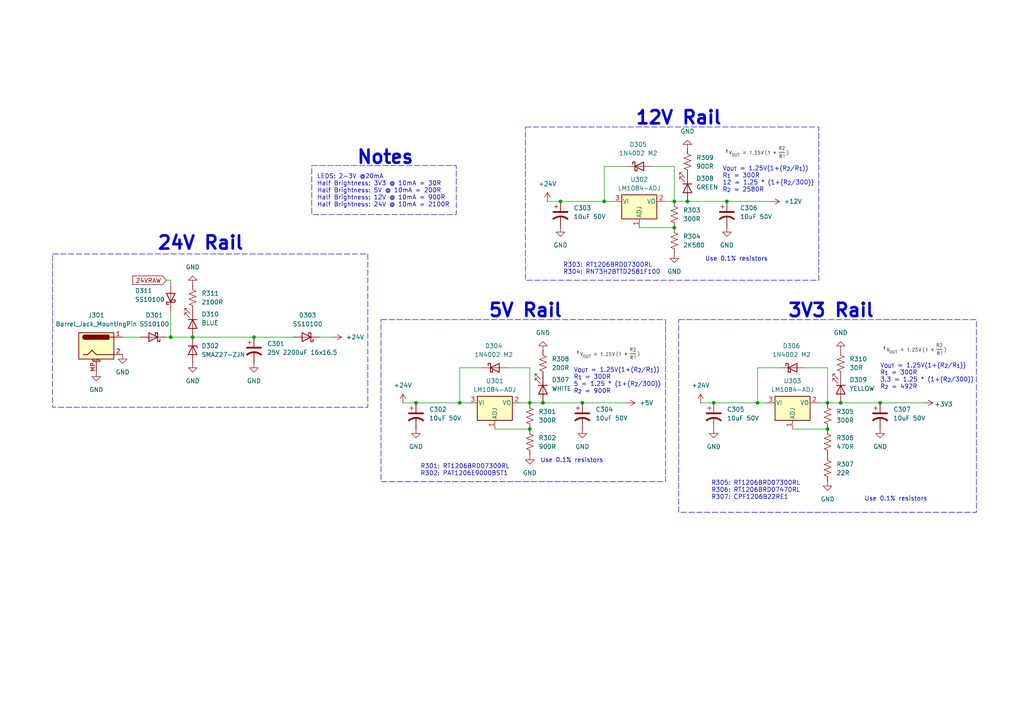
<source format=kicad_sch>
(kicad_sch (version 20231120) (generator "eeschema") (generator_version "8.0")
  (paper "A4")
  (title_block (title "MEP MAXI 85V-1 REV 2 Interface Board") (date "2024-12-08") (rev "X1") (company "McMillan Enterprises") (comment 1 "Firmware: John Gilcreast (johngilcreast@gmail.com)") (comment 2 "Hardware: Connor McMillan (connor@mcmillan.website)"))
  (junction (at 255.27 116.84))
  (junction (at 157.48 116.84))
  (junction (at 240.03 116.84))
  (junction (at 210.82 58.42))
  (junction (at 243.84 116.84))
  (junction (at 55.88 97.79))
  (junction (at 162.56 58.42))
  (junction (at 153.67 116.84))
  (junction (at 153.67 124.46))
  (junction (at 240.03 124.46))
  (junction (at 168.91 116.84))
  (junction (at 73.66 97.79))
  (junction (at 195.58 66.04))
  (junction (at 175.26 58.42))
  (junction (at 219.71 116.84))
  (junction (at 133.35 116.84))
  (junction (at 195.58 58.42))
  (junction (at 49.53 97.79))
  (junction (at 120.65 116.84))
  (junction (at 207.01 116.84))
  (junction (at 199.39 58.42))
  (wire (pts (xy 203.2 116.84) (xy 207.01 116.84)))
  (wire (pts (xy 237.49 116.84) (xy 240.03 116.84)))
  (wire (pts (xy 199.39 58.42) (xy 210.82 58.42)))
  (wire (pts (xy 195.58 48.26) (xy 195.58 58.42)))
  (wire (pts (xy 147.32 106.68) (xy 153.67 106.68)))
  (wire (pts (xy 153.67 116.84) (xy 157.48 116.84)))
  (wire (pts (xy 133.35 116.84) (xy 135.89 116.84)))
  (wire (pts (xy 49.53 81.28) (xy 49.53 82.55)))
  (wire (pts (xy 243.84 116.84) (xy 255.27 116.84)))
  (wire (pts (xy 35.56 97.79) (xy 40.64 97.79)))
  (wire (pts (xy 151.13 116.84) (xy 153.67 116.84)))
  (wire (pts (xy 48.26 81.28) (xy 49.53 81.28)))
  (wire (pts (xy 226.06 106.68) (xy 219.71 106.68)))
  (wire (pts (xy 157.48 116.84) (xy 168.91 116.84)))
  (wire (pts (xy 92.71 97.79) (xy 96.52 97.79)))
  (wire (pts (xy 49.53 97.79) (xy 55.88 97.79)))
  (wire (pts (xy 229.87 124.46) (xy 240.03 124.46)))
  (wire (pts (xy 73.66 97.79) (xy 85.09 97.79)))
  (wire (pts (xy 219.71 116.84) (xy 222.25 116.84)))
  (wire (pts (xy 189.23 48.26) (xy 195.58 48.26)))
  (wire (pts (xy 255.27 116.84) (xy 267.97 116.84)))
  (wire (pts (xy 181.61 48.26) (xy 175.26 48.26)))
  (wire (pts (xy 185.42 66.04) (xy 195.58 66.04)))
  (wire (pts (xy 207.01 116.84) (xy 219.71 116.84)))
  (wire (pts (xy 219.71 106.68) (xy 219.71 116.84)))
  (wire (pts (xy 233.68 106.68) (xy 240.03 106.68)))
  (wire (pts (xy 48.26 97.79) (xy 49.53 97.79)))
  (wire (pts (xy 139.7 106.68) (xy 133.35 106.68)))
  (wire (pts (xy 175.26 48.26) (xy 175.26 58.42)))
  (wire (pts (xy 55.88 97.79) (xy 73.66 97.79)))
  (wire (pts (xy 120.65 116.84) (xy 133.35 116.84)))
  (wire (pts (xy 153.67 106.68) (xy 153.67 116.84)))
  (wire (pts (xy 162.56 58.42) (xy 175.26 58.42)))
  (wire (pts (xy 143.51 124.46) (xy 153.67 124.46)))
  (wire (pts (xy 240.03 116.84) (xy 243.84 116.84)))
  (wire (pts (xy 49.53 90.17) (xy 49.53 97.79)))
  (wire (pts (xy 175.26 58.42) (xy 177.8 58.42)))
  (wire (pts (xy 133.35 106.68) (xy 133.35 116.84)))
  (wire (pts (xy 158.75 58.42) (xy 162.56 58.42)))
  (wire (pts (xy 210.82 58.42) (xy 223.52 58.42)))
  (wire (pts (xy 168.91 116.84) (xy 181.61 116.84)))
  (wire (pts (xy 193.04 58.42) (xy 195.58 58.42)))
  (wire (pts (xy 116.84 116.84) (xy 120.65 116.84)))
  (wire (pts (xy 240.03 106.68) (xy 240.03 116.84)))
  (wire (pts (xy 195.58 58.42) (xy 199.39 58.42)))
  (polyline (pts (xy 278.4314 178.2036) (xy 277.6038 178.2036) (xy 277.3664 177.1643) (xy 275.1081 177.1643) (xy 274.4602 178.2036) (xy 273.5684 178.2036) (xy 274.6693 176.5099) (xy 275.5187 176.5099) (xy 277.2124 176.5099) (xy 276.7569 174.5339) (xy 275.5187 176.5099) (xy 274.6693 176.5099) (xy 276.4875 173.7128) (xy 277.3151 173.7128) (xy 278.4314 178.2036)) (stroke (width -0.0001) (type solid)) (fill (type outline)))
  (polyline (pts (xy 262.8534 179.1824) (xy 262.9097 179.1876) (xy 262.9625 179.1961) (xy 263.0119 179.208) (xy 263.0352 179.2152) (xy 263.0577 179.2232) (xy 263.0793 179.2319) (xy 263.0999 179.2415) (xy 263.1196 179.2519) (xy 263.1384 179.263) (xy 263.1563 179.275) (xy 263.1732 179.2876) (xy 263.1891 179.3011) (xy 263.2041 179.3153) (xy 263.2181 179.3302) (xy 263.2312 179.3459) (xy 263.2432 179.3623) (xy 263.2542 179.3794) (xy 263.2642 179.3973) (xy 263.2733 179.4158) (xy 263.2812 179.4351) (xy 263.2882 179.455) (xy 263.2941 179.4756) (xy 263.2989 179.497) (xy 263.3027 179.5189) (xy 263.3054 179.5416) (xy 263.3071 179.5649) (xy 263.3076 179.5888) (xy 263.3058 179.6397) (xy 263.3035 179.6643) (xy 263.3004 179.6883) (xy 263.2964 179.7119) (xy 263.2915 179.7348) (xy 263.2858 179.7573) (xy 263.2792 179.7791) (xy 263.2718 179.8004) (xy 263.2636 179.8211) (xy 263.2545 179.8412) (xy 263.2446 179.8608) (xy 263.2339 179.8798) (xy 263.2224 179.8981) (xy 263.2101 179.9159) (xy 263.1971 179.933) (xy 263.1833 179.9496) (xy 263.1687 179.9655) (xy 263.1533 179.9808) (xy 263.1372 179.9955) (xy 263.1204 180.0095) (xy 263.1029 180.0229) (xy 263.0846 180.0356) (xy 263.0656 180.0477) (xy 263.0256 180.07) (xy 262.9829 180.0895) (xy 262.9374 180.1063) (xy 262.8894 180.1204) (xy 263.1443 180.5744) (xy 262.9333 180.5744) (xy 262.6904 180.1483) (xy 262.2801 180.1483) (xy 262.1965 180.5744) (xy 261.9954 180.5744) (xy 262.1145 179.979) (xy 262.314 179.979) (xy 262.6585 179.979) (xy 262.7105 179.9775) (xy 262.7596 179.9731) (xy 262.8057 179.9657) (xy 262.8489 179.9553) (xy 262.8694 179.949) (xy 262.889 179.942) (xy 262.9079 179.9343) (xy 262.926 179.9258) (xy 262.9433 179.9166) (xy 262.9598 179.9067) (xy 262.9754 179.8961) (xy 262.9903 179.8847) (xy 263.0043 179.8726) (xy 263.0174 179.8599) (xy 263.0297 179.8464) (xy 263.0412 179.8321) (xy 263.0517 179.8172) (xy 263.0615 179.8016) (xy 263.0703 179.7853) (xy 263.0782 179.7682) (xy 263.0852 179.7505) (xy 263.0913 179.732) (xy 263.0965 179.7129) (xy 263.1008 179.693) (xy 263.1042 179.6725) (xy 263.1065 179.6513) (xy 263.108 179.6293) (xy 263.1085 179.6067) (xy 263.1081 179.5913) (xy 263.1071 179.5763) (xy 263.1053 179.5618) (xy 263.1029 179.5478) (xy 263.0998 179.5343) (xy 263.096 179.5213) (xy 263.0916 179.5087) (xy 263.0865 179.4967) (xy 263.0807 179.4851) (xy 263.0743 179.474) (xy 263.0672 179.4633) (xy 263.0594 179.4532) (xy 263.0511 179.4436) (xy 263.042 179.4344) (xy 263.0324 179.4258) (xy 263.0221 179.4176) (xy 263.0112 179.4099) (xy 262.9997 179.4027) (xy 262.9875 179.396) (xy 262.9748 179.3898) (xy 262.9614 179.3841) (xy 262.9475 179.3788) (xy 262.9329 179.3741) (xy 262.9178 179.3699) (xy 262.9021 179.3661) (xy 262.8857 179.3629) (xy 262.8689 179.3601) (xy 262.8514 179.3579) (xy 262.8334 179.3561) (xy 262.8148 179.3549) (xy 262.7956 179.3541) (xy 262.7759 179.3539) (xy 262.4394 179.3539) (xy 262.314 179.979) (xy 262.1145 179.979) (xy 262.2742 179.1806) (xy 262.7938 179.1806) (xy 262.8534 179.1824)) (stroke (width -0.0001) (type solid)) (fill (type outline)))
  (rectangle (start 152.4 36.83) (end 237.49 81.28) (stroke (width 0) (type dash)))
  (polyline (pts (xy 267.3842 173.7128) (xy 268.2181 173.7128) (xy 267.4611 177.498) (xy 269.8092 177.498) (xy 269.6681 178.2036) (xy 266.4859 178.2036) (xy 267.3842 173.7128) (xy 267.3842 173.7128)) (stroke (width -0.0001) (type solid)) (fill (type outline)))
  (polyline (pts (xy 267.5041 179.1824) (xy 267.5603 179.1876) (xy 267.6132 179.1961) (xy 267.6625 179.208) (xy 267.6859 179.2152) (xy 267.7084 179.2232) (xy 267.7299 179.2319) (xy 267.7506 179.2415) (xy 267.7703 179.2519) (xy 267.7891 179.263) (xy 267.8069 179.275) (xy 267.8238 179.2876) (xy 267.8398 179.3011) (xy 267.8548 179.3153) (xy 267.8688 179.3302) (xy 267.8818 179.3459) (xy 267.8938 179.3623) (xy 267.9049 179.3794) (xy 267.9149 179.3973) (xy 267.9239 179.4158) (xy 267.9319 179.4351) (xy 267.9388 179.455) (xy 267.9447 179.4756) (xy 267.9496 179.497) (xy 267.9534 179.5189) (xy 267.9561 179.5416) (xy 267.9577 179.5649) (xy 267.9583 179.5888) (xy 267.9564 179.6397) (xy 267.9542 179.6643) (xy 267.9511 179.6883) (xy 267.9471 179.7119) (xy 267.9422 179.7348) (xy 267.9365 179.7573) (xy 267.9299 179.7791) (xy 267.9225 179.8004) (xy 267.9142 179.8211) (xy 267.9051 179.8412) (xy 267.8952 179.8608) (xy 267.8845 179.8798) (xy 267.8731 179.8981) (xy 267.8608 179.9159) (xy 267.8477 179.933) (xy 267.8339 179.9496) (xy 267.8193 179.9655) (xy 267.804 179.9808) (xy 267.7879 179.9955) (xy 267.7711 180.0095) (xy 267.7535 180.0229) (xy 267.7353 180.0356) (xy 267.7163 180.0477) (xy 267.6763 180.07) (xy 267.6335 180.0895) (xy 267.5881 180.1063) (xy 267.5401 180.1204) (xy 267.7949 180.5744) (xy 267.5839 180.5744) (xy 267.341 180.1483) (xy 266.9308 180.1483) (xy 266.8472 180.5744) (xy 266.6461 180.5744) (xy 266.7652 179.979) (xy 266.9647 179.979) (xy 267.3091 179.979) (xy 267.3611 179.9775) (xy 267.4102 179.9731) (xy 267.4564 179.9657) (xy 267.4996 179.9553) (xy 267.52 179.949) (xy 267.5397 179.942) (xy 267.5585 179.9343) (xy 267.5766 179.9258) (xy 267.5939 179.9166) (xy 267.6104 179.9067) (xy 267.6261 179.8961) (xy 267.6409 179.8847) (xy 267.6549 179.8726) (xy 267.6681 179.8599) (xy 267.6804 179.8464) (xy 267.6918 179.8321) (xy 267.7024 179.8172) (xy 267.7121 179.8016) (xy 267.7209 179.7853) (xy 267.7288 179.7682) (xy 267.7359 179.7505) (xy 267.742 179.732) (xy 267.7472 179.7129) (xy 267.7515 179.693) (xy 267.7548 179.6725) (xy 267.7572 179.6513) (xy 267.7586 179.6293) (xy 267.7591 179.6067) (xy 267.7588 179.5913) (xy 267.7577 179.5763) (xy 267.756 179.5618) (xy 267.7536 179.5478) (xy 267.7505 179.5343) (xy 267.7467 179.5213) (xy 267.7422 179.5087) (xy 267.7371 179.4967) (xy 267.7313 179.4851) (xy 267.7249 179.474) (xy 267.7178 179.4633) (xy 267.7101 179.4532) (xy 267.7017 179.4436) (xy 267.6927 179.4344) (xy 267.683 179.4258) (xy 267.6728 179.4176) (xy 267.6619 179.4099) (xy 267.6503 179.4027) (xy 267.6382 179.396) (xy 267.6254 179.3898) (xy 267.6121 179.3841) (xy 267.5981 179.3788) (xy 267.5836 179.3741) (xy 267.5684 179.3699) (xy 267.5527 179.3661) (xy 267.5364 179.3629) (xy 267.5195 179.3601) (xy 267.502 179.3579) (xy 267.484 179.3561) (xy 267.4654 179.3549) (xy 267.4463 179.3541) (xy 267.4266 179.3539) (xy 267.0901 179.3539) (xy 266.9647 179.979) (xy 266.7652 179.979) (xy 266.9248 179.1806) (xy 267.4445 179.1806) (xy 267.5041 179.1824)) (stroke (width -0.0001) (type solid)) (fill (type outline)))
  (polyline (pts (xy 271.2269 173.7128) (xy 272.0609 173.7128) (xy 271.3039 177.498) (xy 273.652 177.498) (xy 273.5108 178.2036) (xy 270.3287 178.2036) (xy 271.2269 173.7128) (xy 271.2269 173.7128)) (stroke (width -0.0001) (type solid)) (fill (type outline)))
  (polyline (pts (xy 261.0781 176.7024) (xy 263.407 173.7128) (xy 264.1255 173.7128) (xy 263.2274 178.2036) (xy 262.4383 178.2036) (xy 263.022 175.2589) (xy 261.1038 177.6904) (xy 260.7317 177.6904) (xy 259.7052 175.2012) (xy 259.1085 178.2036) (xy 258.313 178.2036) (xy 259.2112 173.7128) (xy 259.8913 173.7128) (xy 261.0781 176.7024)) (stroke (width -0.0001) (type solid)) (fill (type outline)))
  (rectangle (start 110.49 92.71) (end 193.04 139.7) (stroke (width 0) (type dash)))
  (polyline (pts (xy 250.19 176.53) (xy 252.7982 173.1824) (xy 252.8039 173.1824) (xy 250.19 176.53)) (stroke (width -0.0001) (type solid)) (fill (type outline)))
  (rectangle (start 15.24 73.66) (end 106.68 118.11) (stroke (width 0) (type dash)))
  (rectangle (start 196.85 92.71) (end 283.21 148.59) (stroke (width 0) (type dash)))
  (polyline (pts (xy 275.5728 179.1652) (xy 275.6046 179.1666) (xy 275.636 179.169) (xy 275.6671 179.1724) (xy 275.6977 179.1767) (xy 275.7279 179.1819) (xy 275.7575 179.188) (xy 275.7864 179.1951) (xy 275.8147 179.203) (xy 275.8423 179.2118) (xy 275.8691 179.2214) (xy 275.895 179.2319) (xy 275.92 179.2432) (xy 275.944 179.2554) (xy 275.9669 179.2684) (xy 275.9888 179.2822) (xy 275.9092 179.4454) (xy 275.8894 179.432) (xy 275.869 179.4195) (xy 275.8479 179.4078) (xy 275.8262 179.3969) (xy 275.804 179.3869) (xy 275.7812 179.3778) (xy 275.7579 179.3695) (xy 275.7342 179.3621) (xy 275.71 179.3555) (xy 275.6854 179.3498) (xy 275.6604 179.345) (xy 275.635 179.341) (xy 275.6094 179.3379) (xy 275.5834 179.3357) (xy 275.5572 179.3344) (xy 275.5308 179.334) (xy 275.4889 179.3351) (xy 275.449 179.3384) (xy 275.4112 179.3439) (xy 275.3757 179.3515) (xy 275.3425 179.3611) (xy 275.3118 179.3726) (xy 275.2835 179.386) (xy 275.2578 179.4011) (xy 275.2348 179.418) (xy 275.2243 179.4271) (xy 275.2146 179.4366) (xy 275.2055 179.4465) (xy 275.1972 179.4567) (xy 275.1896 179.4674) (xy 275.1828 179.4784) (xy 275.1767 179.4898) (xy 275.1714 179.5015) (xy 275.1669 179.5136) (xy 275.1632 179.526) (xy 275.1603 179.5387) (xy 275.1582 179.5518) (xy 275.1569 179.5652) (xy 275.1565 179.5788) (xy 275.1585 179.605) (xy 275.1645 179.6289) (xy 275.1742 179.6506) (xy 275.1872 179.6703) (xy 275.2034 179.6882) (xy 275.2225 179.7045) (xy 275.2441 179.7193) (xy 275.2682 179.7329) (xy 275.2943 179.7454) (xy 275.3223 179.757) (xy 275.3827 179.7783) (xy 275.5139 179.8183) (xy 275.5806 179.8398) (xy 275.6452 179.8644) (xy 275.676 179.8782) (xy 275.7055 179.8934) (xy 275.7335 179.91) (xy 275.7596 179.9283) (xy 275.7837 179.9484) (xy 275.8054 179.9706) (xy 275.8244 179.995) (xy 275.8406 180.0217) (xy 275.8537 180.0511) (xy 275.8633 180.0831) (xy 275.8693 180.1182) (xy 275.8713 180.1563) (xy 275.8706 180.1814) (xy 275.8685 180.2058) (xy 275.865 180.2296) (xy 275.8602 180.2527) (xy 275.8541 180.2751) (xy 275.8466 180.2969) (xy 275.8379 180.318) (xy 275.828 180.3384) (xy 275.8168 180.358) (xy 275.8044 180.377) (xy 275.7909 180.3952) (xy 275.7762 180.4126) (xy 275.7604 180.4294) (xy 275.7435 180.4453) (xy 275.7256 180.4605) (xy 275.7066 180.4749) (xy 275.6865 180.4885) (xy 275.6655 180.5013) (xy 275.6436 180.5133) (xy 275.6207 180.5244) (xy 275.5969 180.5348) (xy 275.5722 180.5443) (xy 275.5466 180.5529) (xy 275.5202 180.5606) (xy 275.493 180.5675) (xy 275.465 180.5735) (xy 275.4362 180.5786) (xy 275.4067 180.5828) (xy 275.3765 180.5861) (xy 275.3456 180.5885) (xy 275.3141 180.5899) (xy 275.2819 180.5904) (xy 275.2421 180.5895) (xy 275.2025 180.587) (xy 275.1634 180.583) (xy 275.1248 180.5774) (xy 275.087 180.5704) (xy 275.05 180.562) (xy 275.0141 180.5524) (xy 274.9793 180.5416) (xy 274.9458 180.5297) (xy 274.9138 180.5167) (xy 274.8833 180.5027) (xy 274.8546 180.4879) (xy 274.8278 180.4722) (xy 274.8031 180.4558) (xy 274.7805 180.4388) (xy 274.7602 180.4211) (xy 274.8478 180.2618) (xy 274.8684 180.2797) (xy 274.8905 180.2967) (xy 274.9139 180.3127) (xy 274.9386 180.3279) (xy 274.9646 180.342) (xy 274.9916 180.3551) (xy 275.0196 180.3671) (xy 275.0485 180.3781) (xy 275.0782 180.3878) (xy 275.1085 180.3964) (xy 275.1395 180.4038) (xy 275.171 180.4099) (xy 275.2029 180.4148) (xy 275.235 180.4183) (xy 275.2674 180.4204) (xy 275.2998 180.4211) (xy 275.3411 180.4201) (xy 275.3806 180.4171) (xy 275.4181 180.4122) (xy 275.4536 180.4054) (xy 275.4868 180.3966) (xy 275.5178 180.386) (xy 275.5463 180.3736) (xy 275.5724 180.3594) (xy 275.5958 180.3434) (xy 275.6064 180.3347) (xy 275.6164 180.3256) (xy 275.6257 180.3161) (xy 275.6342 180.3062) (xy 275.642 180.2958) (xy 275.649 180.285) (xy 275.6552 180.2738) (xy 275.6607 180.2622) (xy 275.6654 180.2502) (xy 275.6692 180.2378) (xy 275.6722 180.225) (xy 275.6744 180.2117) (xy 275.6757 180.1981) (xy 275.6762 180.1841) (xy 275.6741 180.1581) (xy 275.6681 180.1345) (xy 275.6585 180.1131) (xy 275.6454 180.0937) (xy 275.6293 180.0762) (xy 275.6102 180.0602) (xy 275.5885 180.0457) (xy 275.5645 180.0324) (xy 275.5383 180.0203) (xy 275.5104 180.0089) (xy 275.45 179.9881) (xy 275.3188 179.9487) (xy 275.2521 179.927) (xy 275.1875 179.902) (xy 275.1567 179.8877) (xy 275.1272 179.8721) (xy 275.0992 179.8548) (xy 275.0731 179.8358) (xy 275.049 179.8148) (xy 275.0274 179.7917) (xy 275.0083 179.7662) (xy 274.9921 179.7381) (xy 274.9791 179.7073) (xy 274.9694 179.6736) (xy 274.9634 179.6368) (xy 274.9614 179.5967) (xy 274.9621 179.572) (xy 274.9642 179.5479) (xy 274.9676 179.5244) (xy 274.9723 179.5016) (xy 274.9784 179.4793) (xy 274.9857 179.4578) (xy 274.9942 179.4369) (xy 275.004 179.4167) (xy 275.015 179.3971) (xy 275.0272 179.3783) (xy 275.0405 179.3602) (xy 275.0549 179.3428) (xy 275.0705 179.3261) (xy 275.0871 179.3102) (xy 275.1047 179.295) (xy 275.1234 179.2806) (xy 275.1431 179.267) (xy 275.1637 179.2542) (xy 275.1853 179.2422) (xy 275.2078 179.231) (xy 275.2312 179.2207) (xy 275.2555 179.2111) (xy 275.2807 179.2025) (xy 275.3066 179.1947) (xy 275.3334 179.1877) (xy 275.3609 179.1817) (xy 275.3892 179.1765) (xy 275.4181 179.1723) (xy 275.4478 179.169) (xy 275.4782 179.1666) (xy 275.5092 179.1651) (xy 275.5408 179.1647) (xy 275.5728 179.1652)) (stroke (width -0.0001) (type solid)) (fill (type outline)))
  (polyline (pts (xy 255.0744 171.4491) (xy 250.2187 177.6365) (xy 249.8021 177.6365) (xy 248.6528 174.8492) (xy 247.9846 178.2114) (xy 247.0935 178.2114) (xy 248.0996 173.1824) (xy 248.8611 173.1824) (xy 250.0197 176.1015) (xy 250.19 176.53) (xy 252.8039 173.1824) (xy 253.6714 172.0713) (xy 255.018 171.0938) (xy 255.0744 171.4491)) (stroke (width -0.0001) (type solid)) (fill (type outline)))
  (polyline (pts (xy 256.2631 180.2538) (xy 256.4761 179.1806) (xy 256.6752 179.1806) (xy 256.3965 180.5744) (xy 256.2332 180.5744) (xy 255.6099 179.5012) (xy 255.3968 180.5744) (xy 255.1978 180.5744) (xy 255.4765 179.1806) (xy 255.6398 179.1806) (xy 256.2631 180.2538)) (stroke (width -0.0001) (type solid)) (fill (type outline)))
  (polyline (pts (xy 252.597 178.2114) (xy 251.7134 178.2114) (xy 252.1999 175.7566) (xy 253.3917 174.238) (xy 252.597 178.2114)) (stroke (width -0.0001) (type solid)) (fill (type outline)))
  (rectangle (start 90.424 48.006) (end 132.334 62.23) (stroke (width 0) (type dash)))
  (polyline (pts (xy 260.9972 179.3539) (xy 260.2107 179.3539) (xy 260.1251 179.7819) (xy 260.826 179.7819) (xy 260.7921 179.9512) (xy 260.0912 179.9512) (xy 260.0016 180.4012) (xy 260.816 180.4012) (xy 260.7822 180.5744) (xy 259.7687 180.5744) (xy 260.0474 179.1806) (xy 261.0311 179.1806) (xy 260.9972 179.3539)) (stroke (width -0.0001) (type solid)) (fill (type outline)))
  (polyline (pts (xy 269.1855 180.5744) (xy 268.9863 180.5744) (xy 269.2651 179.1806) (xy 269.4642 179.1806) (xy 269.1855 180.5744)) (stroke (width -0.0001) (type solid)) (fill (type outline)))
  (polyline (pts (xy 282.4408 176.8564) (xy 283.0631 173.7128) (xy 283.8907 173.7128) (xy 282.9926 178.2036) (xy 282.3061 178.2036) (xy 280.4648 175.06) (xy 279.8361 178.2036) (xy 279.0085 178.2036) (xy 279.9067 173.7128) (xy 280.5931 173.7128) (xy 282.4408 176.8564)) (stroke (width -0.0001) (type solid)) (fill (type outline)))
  (polyline (pts (xy 250.19 176.53) (xy 252.7982 173.1824) (xy 252.8039 173.1824) (xy 250.19 176.53)) (stroke (width -0.0001) (type solid)) (fill (type outline)))
  (polyline (pts (xy 258.902 179.3539) (xy 258.4261 179.3539) (xy 258.1812 180.5744) (xy 257.9841 180.5744) (xy 258.227 179.3539) (xy 257.7511 179.3539) (xy 257.785 179.1806) (xy 258.9379 179.1806) (xy 258.902 179.3539)) (stroke (width -0.0001) (type solid)) (fill (type outline)))
  (polyline (pts (xy 256.011 168.6966) (xy 257.8637 167.3518) (xy 256.5188 169.2045) (xy 258.7799 169.5636) (xy 256.5188 169.9227) (xy 257.8637 171.7755) (xy 256.011 170.4306) (xy 255.6519 172.6916) (xy 255.2928 170.4306) (xy 253.44 171.7755) (xy 254.7849 169.9227) (xy 252.5239 169.5636) (xy 254.7849 169.2045) (xy 253.44 167.3518) (xy 255.2928 168.6966) (xy 255.6519 166.4356) (xy 256.011 168.6966)) (stroke (width -0.0001) (type solid)) (fill (type outline)))
  (polyline (pts (xy 265.3378 173.7128) (xy 266.1718 173.7128) (xy 265.2736 178.2036) (xy 264.4395 178.2036) (xy 265.3378 173.7128) (xy 265.3378 173.7128)) (stroke (width -0.0001) (type solid)) (fill (type outline)))
  (polyline (pts (xy 265.1914 179.1824) (xy 265.2473 179.1876) (xy 265.2999 179.1961) (xy 265.349 179.208) (xy 265.3723 179.2152) (xy 265.3946 179.2232) (xy 265.4161 179.2319) (xy 265.4367 179.2415) (xy 265.4563 179.2519) (xy 265.475 179.263) (xy 265.4928 179.275) (xy 265.5097 179.2876) (xy 265.5256 179.3011) (xy 265.5405 179.3153) (xy 265.5545 179.3302) (xy 265.5675 179.3459) (xy 265.5795 179.3623) (xy 265.5905 179.3794) (xy 265.6005 179.3973) (xy 265.6095 179.4158) (xy 265.6175 179.4351) (xy 265.6244 179.455) (xy 265.6303 179.4756) (xy 265.6351 179.497) (xy 265.6389 179.5189) (xy 265.6416 179.5416) (xy 265.6433 179.5649) (xy 265.6438 179.5888) (xy 265.6431 179.6218) (xy 265.6409 179.6539) (xy 265.6373 179.6851) (xy 265.6323 179.7154) (xy 265.6258 179.7447) (xy 265.618 179.7732) (xy 265.6089 179.8007) (xy 265.5983 179.8272) (xy 265.5865 179.8528) (xy 265.5734 179.8774) (xy 265.5589 179.9011) (xy 265.5432 179.9237) (xy 265.5263 179.9454) (xy 265.5081 179.966) (xy 265.4887 179.9856) (xy 265.4681 180.0042) (xy 265.4464 180.0217) (xy 265.4234 180.0382) (xy 265.3993 180.0536) (xy 265.3742 180.068) (xy 265.3478 180.0812) (xy 265.3205 180.0934) (xy 265.292 180.1044) (xy 265.2625 180.1144) (xy 265.2319 180.1232) (xy 265.2004 180.1308) (xy 265.1678 180.1373) (xy 265.1343 180.1427) (xy 265.0998 180.1469) (xy 265.0644 180.1499) (xy 265.028 180.1517) (xy 264.9908 180.1523) (xy 264.6184 180.1523) (xy 264.5347 180.5744) (xy 264.3357 180.5744) (xy 264.4548 179.979) (xy 264.6543 179.979) (xy 264.9947 179.979) (xy 265.0467 179.9775) (xy 265.0958 179.9731) (xy 265.142 179.9657) (xy 265.1852 179.9553) (xy 265.2056 179.949) (xy 265.2253 179.942) (xy 265.2442 179.9343) (xy 265.2623 179.9258) (xy 265.2796 179.9166) (xy 265.296 179.9067) (xy 265.3117 179.8961) (xy 265.3265 179.8847) (xy 265.3405 179.8726) (xy 265.3537 179.8599) (xy 265.366 179.8464) (xy 265.3775 179.8321) (xy 265.388 179.8172) (xy 265.3977 179.8016) (xy 265.4066 179.7853) (xy 265.4145 179.7682) (xy 265.4215 179.7505) (xy 265.4276 179.732) (xy 265.4328 179.7129) (xy 265.4371 179.693) (xy 265.4404 179.6725) (xy 265.4428 179.6513) (xy 265.4443 179.6293) (xy 265.4448 179.6067) (xy 265.4444 179.5913) (xy 265.4434 179.5763) (xy 265.4416 179.5618) (xy 265.4392 179.5478) (xy 265.4361 179.5343) (xy 265.4323 179.5213) (xy 265.4279 179.5087) (xy 265.4228 179.4967) (xy 265.417 179.4851) (xy 265.4106 179.474) (xy 265.4035 179.4633) (xy 265.3958 179.4532) (xy 265.3875 179.4436) (xy 265.3785 179.4344) (xy 265.3689 179.4258) (xy 265.3586 179.4176) (xy 265.3478 179.4099) (xy 265.3363 179.4027) (xy 265.3242 179.396) (xy 265.3115 179.3898) (xy 265.2983 179.3841) (xy 265.2844 179.3788) (xy 265.2699 179.3741) (xy 265.2549 179.3699) (xy 265.2393 179.3661) (xy 265.2231 179.3629) (xy 265.2063 179.3601) (xy 265.189 179.3579) (xy 265.1711 179.3561) (xy 265.1527 179.3549) (xy 265.1338 179.3541) (xy 265.1142 179.3539) (xy 264.7797 179.3539) (xy 264.6543 179.979) (xy 264.4548 179.979) (xy 264.6144 179.1806) (xy 265.1321 179.1806) (xy 265.1914 179.1824)) (stroke (width -0.0001) (type solid)) (fill (type outline)))
  (polyline (pts (xy 273.8536 179.3539) (xy 273.0671 179.3539) (xy 272.9815 179.7819) (xy 273.6824 179.7819) (xy 273.6485 179.9512) (xy 272.9476 179.9512) (xy 272.858 180.4012) (xy 273.6724 180.4012) (xy 273.6386 180.5744) (xy 272.6251 180.5744) (xy 272.9038 179.1806) (xy 273.8875 179.1806) (xy 273.8536 179.3539)) (stroke (width -0.0001) (type solid)) (fill (type outline)))
  (polyline (pts (xy 256.6531 173.6517) (xy 256.792 173.6609) (xy 256.927 173.6761) (xy 257.0578 173.6973) (xy 257.1842 173.7245) (xy 257.306 173.7576) (xy 257.4229 173.7964) (xy 257.5346 173.8411) (xy 257.6411 173.8914) (xy 257.742 173.9475) (xy 257.8371 174.0091) (xy 257.9261 174.0762) (xy 258.0089 174.1489) (xy 258.0851 174.227) (xy 258.1546 174.3104) (xy 258.2171 174.3992) (xy 257.6141 174.9061) (xy 257.5667 174.8441) (xy 257.516 174.7858) (xy 257.462 174.7312) (xy 257.4337 174.7054) (xy 257.4046 174.6804) (xy 257.3747 174.6564) (xy 257.3439 174.6334) (xy 257.3123 174.6113) (xy 257.2799 174.5902) (xy 257.2466 174.57) (xy 257.2125 174.5509) (xy 257.1775 174.5327) (xy 257.1417 174.5155) (xy 257.0675 174.4841) (xy 256.99 174.4568) (xy 256.909 174.4335) (xy 256.8246 174.4143) (xy 256.7368 174.3994) (xy 256.6456 174.3886) (xy 256.5509 174.3821) (xy 256.4528 174.38) (xy 256.3464 174.3825) (xy 256.2426 174.3899) (xy 256.1414 174.4022) (xy 256.0429 174.4192) (xy 255.9471 174.4408) (xy 255.8541 174.4668) (xy 255.7639 174.4972) (xy 255.6766 174.5317) (xy 255.5923 174.5704) (xy 255.5109 174.613) (xy 255.4326 174.6594) (xy 255.3574 174.7095) (xy 255.2854 174.7632) (xy 255.2166 174.8203) (xy 255.151 174.8808) (xy 255.0887 174.9445) (xy 255.0298 175.0113) (xy 254.9743 175.0811) (xy 254.9223 175.1536) (xy 254.8738 175.2289) (xy 254.8289 175.3068) (xy 254.7876 175.3871) (xy 254.75 175.4697) (xy 254.7161 175.5546) (xy 254.686 175.6416) (xy 254.6598 175.7305) (xy 254.6374 175.8212) (xy 254.619 175.9137) (xy 254.6046 176.0078) (xy 254.5942 176.1033) (xy 254.588 176.2001) (xy 254.5859 176.2982) (xy 254.5873 176.3672) (xy 254.5916 176.4348) (xy 254.5987 176.5007) (xy 254.6086 176.5651) (xy 254.6214 176.6278) (xy 254.6369 176.6888) (xy 254.6553 176.7481) (xy 254.6764 176.8057) (xy 254.7003 176.8614) (xy 254.727 176.9152) (xy 254.7564 176.9671) (xy 254.7885 177.0171) (xy 254.8234 177.065) (xy 254.861 177.1109) (xy 254.9013 177.1547) (xy 254.9443 177.1964) (xy 254.99 177.2359) (xy 255.0384 177.2732) (xy 255.0895 177.3082) (xy 255.1432 177.3409) (xy 255.1995 177.3712) (xy 255.2585 177.3992) (xy 255.3201 177.4247) (xy 255.3843 177.4477) (xy 255.4511 177.4681) (xy 255.5205 177.486) (xy 255.5925 177.5012) (xy 255.6671 177.5138) (xy 255.7442 177.5236) (xy 255.8239 177.5307) (xy 255.9062 177.535) (xy 255.9909 177.5365) (xy 256.084 177.5345) (xy 256.1755 177.5286) (xy 256.2654 177.5188) (xy 256.3537 177.5049) (xy 256.4403 177.487) (xy 256.5251 177.4651) (xy 256.6082 177.4391) (xy 256.6894 177.4089) (xy 256.7688 177.3747) (xy 256.8462 177.3363) (xy 256.9216 177.2937) (xy 256.995 177.2468) (xy 257.0664 177.1958) (xy 257.1356 177.1404) (xy 257.2027 177.0808) (xy 257.2676 177.0168) (xy 257.7551 177.5428) (xy 257.6709 177.6334) (xy 257.5818 177.7177) (xy 257.4882 177.7956) (xy 257.3901 177.8672) (xy 257.2877 177.9327) (xy 257.1811 177.9921) (xy 257.0707 178.0455) (xy 256.9564 178.093) (xy 256.8386 178.1346) (xy 256.7173 178.1704) (xy 256.5927 178.2005) (xy 256.465 178.2249) (xy 256.3344 178.2438) (xy 256.2011 178.2572) (xy 256.0651 178.2652) (xy 255.9267 178.2678) (xy 255.8002 178.2655) (xy 255.677 178.2588) (xy 255.5572 178.2475) (xy 255.4407 178.232) (xy 255.3276 178.2121) (xy 255.218 178.1881) (xy 255.1119 178.16) (xy 255.0094 178.1278) (xy 254.9105 178.0916) (xy 254.8153 178.0516) (xy 254.7238 178.0078) (xy 254.636 177.9603) (xy 254.5521 177.9091) (xy 254.472 177.8544) (xy 254.3959 177.7961) (xy 254.3236 177.7345) (xy 254.2554 177.6696) (xy 254.1913 177.6014) (xy 254.1312 177.53) (xy 254.0753 177.4555) (xy 254.0236 177.378) (xy 253.9761 177.2976) (xy 253.933 177.2144) (xy 253.8941 177.1283) (xy 253.8597 177.0396) (xy 253.8297 176.9482) (xy 253.8041 176.8543) (xy 253.7831 176.758) (xy 253.7667 176.6592) (xy 253.7549 176.5582) (xy 253.7478 176.4549) (xy 253.7455 176.3495) (xy 253.7487 176.208) (xy 253.7582 176.0686) (xy 253.774 175.9316) (xy 253.7959 175.7969) (xy 253.8238 175.6649) (xy 253.8577 175.5357) (xy 253.8974 175.4093) (xy 253.9429 175.2861) (xy 253.9941 175.166) (xy 254.0508 175.0494) (xy 254.113 174.9362) (xy 254.1805 174.8268) (xy 254.2534 174.7212) (xy 254.3314 174.6195) (xy 254.4144 174.5221) (xy 254.5025 174.4289) (xy 254.5954 174.3402) (xy 254.6932 174.2561) (xy 254.7956 174.1767) (xy 254.9026 174.1023) (xy 255.0142 174.0329) (xy 255.1301 173.9688) (xy 255.2504 173.91) (xy 255.3748 173.8568) (xy 255.5034 173.8093) (xy 255.636 173.7676) (xy 255.7725 173.7319) (xy 255.9128 173.7023) (xy 256.0569 173.679) (xy 256.2046 173.6622) (xy 256.3559 173.652) (xy 256.5106 173.6486) (xy 256.6531 173.6517)) (stroke (width -0.0001) (type solid)) (fill (type outline)))
  (polyline (pts (xy 254.1996 179.3539) (xy 253.413 179.3539) (xy 253.3274 179.7819) (xy 254.0283 179.7819) (xy 253.9945 179.9512) (xy 253.2936 179.9512) (xy 253.204 180.4012) (xy 254.0183 180.4012) (xy 253.9845 180.5744) (xy 252.971 180.5744) (xy 253.2498 179.1806) (xy 254.2334 179.1806) (xy 254.1996 179.3539)) (stroke (width -0.0001) (type solid)) (fill (type outline)))
  (polyline (pts (xy 271.217 179.1652) (xy 271.2487 179.1666) (xy 271.2802 179.169) (xy 271.3112 179.1724) (xy 271.3419 179.1767) (xy 271.372 179.1819) (xy 271.4016 179.188) (xy 271.4306 179.1951) (xy 271.4589 179.203) (xy 271.4865 179.2118) (xy 271.5132 179.2214) (xy 271.5391 179.2319) (xy 271.5641 179.2432) (xy 271.5881 179.2554) (xy 271.6111 179.2684) (xy 271.6329 179.2822) (xy 271.5533 179.4454) (xy 271.5335 179.432) (xy 271.5131 179.4195) (xy 271.492 179.4078) (xy 271.4704 179.3969) (xy 271.4481 179.3869) (xy 271.4254 179.3778) (xy 271.4021 179.3695) (xy 271.3783 179.3621) (xy 271.3541 179.3555) (xy 271.3295 179.3498) (xy 271.3045 179.345) (xy 271.2792 179.341) (xy 271.2535 179.3379) (xy 271.2276 179.3357) (xy 271.2014 179.3344) (xy 271.175 179.334) (xy 271.133 179.3351) (xy 271.0931 179.3384) (xy 271.0554 179.3439) (xy 271.0199 179.3515) (xy 270.9867 179.3611) (xy 270.9559 179.3726) (xy 270.9276 179.386) (xy 270.9019 179.4011) (xy 270.8789 179.418) (xy 270.8685 179.4271) (xy 270.8587 179.4366) (xy 270.8497 179.4465) (xy 270.8413 179.4567) (xy 270.8338 179.4674) (xy 270.8269 179.4784) (xy 270.8209 179.4898) (xy 270.8156 179.5015) (xy 270.811 179.5136) (xy 270.8073 179.526) (xy 270.8044 179.5387) (xy 270.8023 179.5518) (xy 270.8011 179.5652) (xy 270.8006 179.5788) (xy 270.8027 179.605) (xy 270.8087 179.6289) (xy 270.8183 179.6506) (xy 270.8314 179.6703) (xy 270.8475 179.6882) (xy 270.8666 179.7045) (xy 270.8883 179.7193) (xy 270.9123 179.7329) (xy 270.9385 179.7454) (xy 270.9664 179.757) (xy 271.0268 179.7783) (xy 271.1581 179.8183) (xy 271.2247 179.8398) (xy 271.2893 179.8644) (xy 271.3201 179.8782) (xy 271.3497 179.8934) (xy 271.3776 179.91) (xy 271.4038 179.9283) (xy 271.4278 179.9484) (xy 271.4495 179.9706) (xy 271.4686 179.995) (xy 271.4848 180.0217) (xy 271.4978 180.0511) (xy 271.5074 180.0831) (xy 271.5134 180.1182) (xy 271.5155 180.1563) (xy 271.5148 180.1814) (xy 271.5127 180.2058) (xy 271.5092 180.2296) (xy 271.5044 180.2527) (xy 271.4982 180.2751) (xy 271.4908 180.2969) (xy 271.4821 180.318) (xy 271.4721 180.3384) (xy 271.4609 180.358) (xy 271.4486 180.377) (xy 271.435 180.3952) (xy 271.4203 180.4126) (xy 271.4045 180.4294) (xy 271.3877 180.4453) (xy 271.3697 180.4605) (xy 271.3507 180.4749) (xy 271.3307 180.4885) (xy 271.3097 180.5013) (xy 271.2877 180.5133) (xy 271.2648 180.5244) (xy 271.241 180.5348) (xy 271.2163 180.5443) (xy 271.1907 180.5529) (xy 271.1643 180.5606) (xy 271.1371 180.5675) (xy 271.1091 180.5735) (xy 271.0804 180.5786) (xy 271.0509 180.5828) (xy 271.0207 180.5861) (xy 270.9898 180.5885) (xy 270.9582 180.5899) (xy 270.9261 180.5904) (xy 270.8862 180.5895) (xy 270.8466 180.587) (xy 270.8075 180.583) (xy 270.769 180.5774) (xy 270.7311 180.5704) (xy 270.6942 180.562) (xy 270.6582 180.5524) (xy 270.6234 180.5416) (xy 270.5899 180.5297) (xy 270.5579 180.5167) (xy 270.5275 180.5027) (xy 270.4988 180.4879) (xy 270.472 180.4722) (xy 270.4472 180.4558) (xy 270.4246 180.4388) (xy 270.4044 180.4211) (xy 270.492 180.2618) (xy 270.5125 180.2797) (xy 270.5346 180.2967) (xy 270.5581 180.3127) (xy 270.5828 180.3279) (xy 270.6087 180.342) (xy 270.6357 180.3551) (xy 270.6637 180.3671) (xy 270.6926 180.3781) (xy 270.7223 180.3878) (xy 270.7527 180.3964) (xy 270.7837 180.4038) (xy 270.8151 180.4099) (xy 270.847 180.4148) (xy 270.8792 180.4183) (xy 270.9115 180.4204) (xy 270.944 180.4211) (xy 270.9853 180.4201) (xy 271.0247 180.4171) (xy 271.0623 180.4122) (xy 271.0977 180.4054) (xy 271.131 180.3966) (xy 271.1619 180.386) (xy 271.1905 180.3736) (xy 271.2165 180.3594) (xy 271.2399 180.3434) (xy 271.2506 180.3347) (xy 271.2606 180.3256) (xy 271.2698 180.3161) (xy 271.2783 180.3062) (xy 271.2861 180.2958) (xy 271.2931 180.285) (xy 271.2994 180.2738) (xy 271.3048 180.2622) (xy 271.3095 180.2502) (xy 271.3134 180.2378) (xy 271.3164 180.225) (xy 271.3185 180.2117) (xy 271.3199 180.1981) (xy 271.3203 180.1841) (xy 271.3182 180.1581) (xy 271.3123 180.1345) (xy 271.3026 180.1131) (xy 271.2896 180.0937) (xy 271.2734 180.0762) (xy 271.2543 180.0602) (xy 271.2327 180.0457) (xy 271.2086 180.0324) (xy 271.1825 180.0203) (xy 271.1545 180.0089) (xy 271.0941 179.9881) (xy 270.9629 179.9487) (xy 270.8963 179.927) (xy 270.8317 179.902) (xy 270.8008 179.8877) (xy 270.7713 179.8721) (xy 270.7433 179.8548) (xy 270.7172 179.8358) (xy 270.6932 179.8148) (xy 270.6715 179.7917) (xy 270.6524 179.7662) (xy 270.6362 179.7381) (xy 270.6232 179.7073) (xy 270.6136 179.6736) (xy 270.6076 179.6368) (xy 270.6055 179.5967) (xy 270.6062 179.572) (xy 270.6083 179.5479) (xy 270.6117 179.5244) (xy 270.6165 179.5016) (xy 270.6225 179.4793) (xy 270.6298 179.4578) (xy 270.6384 179.4369) (xy 270.6482 179.4167) (xy 270.6592 179.3971) (xy 270.6713 179.3783) (xy 270.6846 179.3602) (xy 270.6991 179.3428) (xy 270.7146 179.3261) (xy 270.7312 179.3102) (xy 270.7489 179.295) (xy 270.7675 179.2806) (xy 270.7872 179.267) (xy 270.8079 179.2542) (xy 270.8295 179.2422) (xy 270.852 179.231) (xy 270.8754 179.2207) (xy 270.8997 179.2111) (xy 270.9248 179.2025) (xy 270.9508 179.1947) (xy 270.9775 179.1877) (xy 271.005 179.1817) (xy 271.0333 179.1765) (xy 271.0623 179.1723) (xy 271.092 179.169) (xy 271.1223 179.1666) (xy 271.1533 179.1651) (xy 271.185 179.1647) (xy 271.217 179.1652)) (stroke (width -0.0001) (type solid)) (fill (type outline)))
  (image (at 265.176 101.346) (scale 0.379847))
  (image (at 176.276 102.616) (scale 0.379847))
  (image (at 219.456 44.196) (scale 0.379847))
  (text "5V Rail" (at 152.4 90.17 0) (effects (font (size 3.81 3.81) (thickness 0.762) (bold yes))))
  (text "R301: RT1206BRD07300RL\nR302: PAT1206E9000BST1" (at 121.92 136.398 0) (effects (font (size 1.27 1.27)) (justify left)))
  (text "3V3 Rail" (at 241.046 90.17 0) (effects (font (size 3.81 3.81) (thickness 0.762) (bold yes))))
  (text "Notes" (at 111.76 45.72 0) (effects (font (size 3.81 3.81) (thickness 0.762) (bold yes))))
  (text "R303: RT1206BRD07300RL\nR304: RN73H2BTTD2581F100" (at 163.322 77.978 0) (effects (font (size 1.27 1.27)) (justify left)))
  (text "LEDS: 2-3V @20mA\nHalf Brightness: 3V3 @ 10mA = 30R\nHalf Brightness: 5V @ 10mA = 200R\nHalf Brightness: 12V @ 10mA = 900R\nHalf Brightness: 24V @ 10mA = 2100R" (at 91.948 55.372 0) (effects (font (size 1.27 1.27)) (justify left)))
  (text "Use 0.1% resistors" (at 165.862 133.604 0) (effects (font (size 1.27 1.27) (thickness 0.1588))))
  (text "V_{OUT} = 1.25V(1+(R_{2}/R_{1}))\nR_{1} = 300R\n3.3 = 1.25 * (1+(R_{2}/300))\nR_{2} = 492R" (at 255.27 109.22 0) (effects (font (size 1.27 1.27)) (justify left)))
  (text "24V Rail" (at 58.166 70.612 0) (effects (font (size 3.81 3.81) (thickness 0.762) (bold yes))))
  (text "Use 0.1% resistors" (at 213.614 75.184 0) (effects (font (size 1.27 1.27) (thickness 0.1588))))
  (text "12V Rail" (at 196.85 34.29 0) (effects (font (size 3.81 3.81) (thickness 0.762) (bold yes))))
  (text "Use 0.1% resistors" (at 259.842 144.78 0) (effects (font (size 1.27 1.27) (thickness 0.1588))))
  (text "R305: RT1206BRD07300RL\nR306: RT1206BRD07470RL\nR307: CPF1206B22RE1" (at 206.248 142.24 0) (effects (font (size 1.27 1.27)) (justify left)))
  (text "V_{OUT} = 1.25V(1+(R_{2}/R_{1}))\nR_{1} = 300R\n12 = 1.25 * (1+(R_{2}/300))\nR_{2} = 2580R" (at 209.55 52.07 0) (effects (font (size 1.27 1.27)) (justify left)))
  (text "V_{OUT} = 1.25V(1+(R_{2}/R_{1}))\nR_{1} = 300R\n5 = 1.25 * (1+(R_{2}/300))\nR_{2} = 900R" (at 166.37 110.49 0) (effects (font (size 1.27 1.27)) (justify left)))
  (global_label "24VRAW" (shape input) (at 48.26 81.28 180) (effects (font (thickness 0.1588))) (property "Intersheetrefs" "${INTERSHEET_REFS}" (effects (hide yes))))
  (symbol (lib_id "power:GND") (at 157.48 101.6 180) (unit 1)
    (property "Reference" "#PWR0321" (effects (hide yes)))
    (property "Value" "GND" (at 157.48 96.52 0))
    (property "Description" "Power symbol creates a global label with name \"GND\" , ground" (effects (hide yes)))
  )
  (symbol (lib_id "Device:LED") (at 243.84 113.03 270) (unit 1)
    (property "Reference" "D309" (at 246.38 110.1724 90) (effects (justify left)))
    (property "Value" "YELLOW" (at 246.38 112.7124 90) (effects (justify left)))
    (property "Footprint" "LED_SMD:LED_1210_3225Metric" (effects (hide yes)))
    (property "Description" "Light emitting diode" (effects (hide yes)))
  )
  (symbol (lib_id "Device:D_Schottky") (at 229.87 106.68 0) (unit 1)
    (property "Reference" "D306" (at 229.5525 100.33 0))
    (property "Value" "1N4002 M2" (at 229.5525 102.87 0))
    (property "Footprint" "Diode_SMD:D_SMA" (effects (hide yes)))
    (property "Description" "Schottky diode" (effects (hide yes)))
  )
  (symbol (lib_id "power:GND") (at 120.65 124.46 0) (unit 1)
    (property "Reference" "#PWR0305" (effects (hide yes)))
    (property "Value" "GND" (at 120.65 129.54 0))
    (property "Description" "Power symbol creates a global label with name \"GND\" , ground" (effects (hide yes)))
  )
  (symbol (lib_id "Regulator_Linear:LM1084-ADJ") (at 143.51 116.84 0) (unit 1)
    (property "Reference" "U301" (at 143.51 110.49 0))
    (property "Value" "LM1084-ADJ" (at 143.51 113.03 0))
    (property "Footprint" "Package_TO_SOT_SMD:TO-263-3_TabPin2" (effects (hide yes)))
    (property "Datasheet" "http://www.ti.com/lit/ds/symlink/lm1084.pdf" (effects (hide yes)))
    (property "Description" "5A 29V Adjustable Linear Regulator, TO-220 / TO-263 (D2-PAK)" (effects (hide yes)))
  )
  (symbol (lib_id "Device:R_US") (at 195.58 69.85 0) (unit 1)
    (property "Reference" "R304" (at 198.12 68.5799 0) (effects (justify left)))
    (property "Value" "2K580" (at 198.12 71.1199 0) (effects (justify left)))
    (property "Footprint" "Resistor_SMD:R_1206_3216Metric" (effects (hide yes)))
    (property "Description" "Resistor, US symbol" (effects (hide yes)))
  )
  (symbol (lib_id "Device:C_Polarized_US") (at 207.01 120.65 0) (unit 1)
    (property "Reference" "C305" (at 210.82 118.7449 0) (effects (justify left)))
    (property "Value" "10uF 50V" (at 210.82 121.2849 0) (effects (justify left)))
    (property "Footprint" "Capacitor_Tantalum_SMD:CP_EIA-7343-31_Kemet-D" (effects (hide yes)))
    (property "Description" "Polarized capacitor, US symbol" (effects (hide yes)))
  )
  (symbol (lib_id "power:GND") (at 35.56 102.87 0) (unit 1)
    (property "Reference" "#PWR0302" (effects (hide yes)))
    (property "Value" "GND" (at 35.56 107.95 0))
    (property "Description" "Power symbol creates a global label with name \"GND\" , ground" (effects (hide yes)))
  )
  (symbol (lib_id "Device:D_Schottky") (at 88.9 97.79 180) (unit 1)
    (property "Reference" "D303" (at 89.2175 91.44 0))
    (property "Value" "SS10100" (at 89.2175 93.98 0))
    (property "Footprint" "Diode_SMD:D_SMC" (effects (hide yes)))
    (property "Description" "Schottky diode" (effects (hide yes)))
  )
  (symbol (lib_id "Device:C_Polarized_US") (at 162.56 62.23 0) (unit 1)
    (property "Reference" "C303" (at 166.37 60.3249 0) (effects (justify left)))
    (property "Value" "10uF 50V" (at 166.37 62.8649 0) (effects (justify left)))
    (property "Footprint" "Capacitor_Tantalum_SMD:CP_EIA-7343-31_Kemet-D" (effects (hide yes)))
    (property "Description" "Polarized capacitor, US symbol" (effects (hide yes)))
  )
  (symbol (lib_id "Device:C_Polarized_US") (at 120.65 120.65 0) (unit 1)
    (property "Reference" "C302" (at 124.46 118.7449 0) (effects (justify left)))
    (property "Value" "10uF 50V" (at 124.46 121.2849 0) (effects (justify left)))
    (property "Footprint" "Capacitor_Tantalum_SMD:CP_EIA-7343-31_Kemet-D" (effects (hide yes)))
    (property "Description" "Polarized capacitor, US symbol" (effects (hide yes)))
  )
  (symbol (lib_id "power:GND") (at 55.88 105.41 0) (unit 1)
    (property "Reference" "#PWR0303" (effects (hide yes)))
    (property "Value" "GND" (at 55.88 110.49 0))
    (property "Description" "Power symbol creates a global label with name \"GND\" , ground" (effects (hide yes)))
  )
  (symbol (lib_id "Device:C_Polarized_US") (at 210.82 62.23 0) (unit 1)
    (property "Reference" "C306" (at 214.63 60.3249 0) (effects (justify left)))
    (property "Value" "10uF 50V" (at 214.63 62.8649 0) (effects (justify left)))
    (property "Footprint" "Capacitor_Tantalum_SMD:CP_EIA-7343-31_Kemet-D" (effects (hide yes)))
    (property "Description" "Polarized capacitor, US symbol" (effects (hide yes)))
  )
  (symbol (lib_id "power:+24V") (at 96.52 97.79 270) (unit 1)
    (property "Reference" "#PWR0317" (effects (hide yes)))
    (property "Value" "+24V" (at 100.33 97.7899 90) (effects (justify left)))
    (property "Description" "Power symbol creates a global label with name \"+24V\"" (effects (hide yes)))
  )
  (symbol (lib_id "Device:LED") (at 55.88 93.98 270) (unit 1)
    (property "Reference" "D310" (at 58.42 91.1224 90) (effects (justify left)))
    (property "Value" "BLUE" (at 58.42 93.6624 90) (effects (justify left)))
    (property "Footprint" "LED_SMD:LED_1210_3225Metric" (effects (hide yes)))
    (property "Description" "Light emitting diode" (effects (hide yes)))
  )
  (symbol (lib_id "power:+12V") (at 223.52 58.42 270) (unit 1)
    (property "Reference" "#PWR0313" (effects (hide yes)))
    (property "Value" "+12V" (at 227.33 58.4199 90) (effects (justify left)))
    (property "Description" "Power symbol creates a global label with name \"+12V\"" (effects (hide yes)))
  )
  (symbol (lib_id "power:+3V3") (at 267.97 116.84 270) (unit 1)
    (property "Reference" "#PWR0316" (effects (hide yes)))
    (property "Value" "+3V3" (at 271.018 117.221 90) (effects (justify left)))
  )
  (symbol (lib_id "Regulator_Linear:LM1084-ADJ") (at 185.42 58.42 0) (unit 1)
    (property "Reference" "U302" (at 185.42 52.07 0))
    (property "Value" "LM1084-ADJ" (at 185.42 54.61 0))
    (property "Footprint" "Package_TO_SOT_SMD:TO-263-3_TabPin2" (effects (hide yes)))
    (property "Datasheet" "http://www.ti.com/lit/ds/symlink/lm1084.pdf" (effects (hide yes)))
    (property "Description" "5A 29V Adjustable Linear Regulator, TO-220 / TO-263 (D2-PAK)" (effects (hide yes)))
  )
  (symbol (lib_id "power:GND") (at 55.88 82.55 180) (unit 1)
    (property "Reference" "#PWR0324" (effects (hide yes)))
    (property "Value" "GND" (at 55.88 77.47 0))
    (property "Description" "Power symbol creates a global label with name \"GND\" , ground" (effects (hide yes)))
  )
  (symbol (lib_id "Device:R_US") (at 199.39 46.99 0) (unit 1)
    (property "Reference" "R309" (at 201.93 45.7199 0) (effects (justify left)))
    (property "Value" "900R" (at 201.93 48.2599 0) (effects (justify left)))
    (property "Footprint" "Resistor_SMD:R_1206_3216Metric" (effects (hide yes)))
    (property "Description" "Resistor, US symbol" (effects (hide yes)))
  )
  (symbol (lib_id "power:GND") (at 73.66 105.41 0) (unit 1)
    (property "Reference" "#PWR0304" (effects (hide yes)))
    (property "Value" "GND" (at 73.66 110.49 0))
    (property "Description" "Power symbol creates a global label with name \"GND\" , ground" (effects (hide yes)))
  )
  (symbol (lib_id "power:GND") (at 199.39 43.18 180) (unit 1)
    (property "Reference" "#PWR0322" (effects (hide yes)))
    (property "Value" "GND" (at 199.39 38.1 0))
    (property "Description" "Power symbol creates a global label with name \"GND\" , ground" (effects (hide yes)))
  )
  (symbol (lib_id "Device:LED") (at 157.48 113.03 270) (unit 1)
    (property "Reference" "D307" (at 160.02 110.1724 90) (effects (justify left)))
    (property "Value" "WHITE" (at 160.02 112.7124 90) (effects (justify left)))
    (property "Footprint" "LED_SMD:LED_1210_3225Metric" (effects (hide yes)))
    (property "Description" "Light emitting diode" (effects (hide yes)))
  )
  (symbol (lib_id "Device:R_US") (at 240.03 128.27 0) (unit 1)
    (property "Reference" "R306" (at 242.57 126.9999 0) (effects (justify left)))
    (property "Value" "470R" (at 242.57 129.5399 0) (effects (justify left)))
    (property "Footprint" "Resistor_SMD:R_1206_3216Metric" (effects (hide yes)))
    (property "Description" "Resistor, US symbol" (effects (hide yes)))
  )
  (symbol (lib_id "Device:R_US") (at 153.67 120.65 0) (unit 1)
    (property "Reference" "R301" (at 156.21 119.3799 0) (effects (justify left)))
    (property "Value" "300R" (at 156.21 121.9199 0) (effects (justify left)))
    (property "Footprint" "Resistor_SMD:R_1206_3216Metric" (effects (hide yes)))
    (property "Description" "Resistor, US symbol" (effects (hide yes)))
  )
  (symbol (lib_id "Device:R_US") (at 243.84 105.41 0) (unit 1)
    (property "Reference" "R310" (at 246.38 104.1399 0) (effects (justify left)))
    (property "Value" "30R" (at 246.38 106.6799 0) (effects (justify left)))
    (property "Footprint" "Resistor_SMD:R_1206_3216Metric" (effects (hide yes)))
    (property "Description" "Resistor, US symbol" (effects (hide yes)))
  )
  (symbol (lib_id "Device:R_US") (at 55.88 86.36 0) (unit 1)
    (property "Reference" "R311" (at 58.42 85.0899 0) (effects (justify left)))
    (property "Value" "2100R" (at 58.42 87.6299 0) (effects (justify left)))
    (property "Footprint" "Resistor_SMD:R_1206_3216Metric" (effects (hide yes)))
    (property "Description" "Resistor, US symbol" (effects (hide yes)))
  )
  (symbol (lib_id "power:GND") (at 27.94 107.95 0) (unit 1)
    (property "Reference" "#PWR0301" (effects (hide yes)))
    (property "Value" "GND" (at 27.94 113.03 0))
    (property "Description" "Power symbol creates a global label with name \"GND\" , ground" (effects (hide yes)))
  )
  (symbol (lib_id "power:GND") (at 168.91 124.46 0) (unit 1)
    (property "Reference" "#PWR0308" (effects (hide yes)))
    (property "Value" "GND" (at 168.91 129.54 0))
    (property "Description" "Power symbol creates a global label with name \"GND\" , ground" (effects (hide yes)))
  )
  (symbol (lib_id "power:GND") (at 243.84 101.6 180) (unit 1)
    (property "Reference" "#PWR0323" (effects (hide yes)))
    (property "Value" "GND" (at 243.84 96.52 0))
    (property "Description" "Power symbol creates a global label with name \"GND\" , ground" (effects (hide yes)))
  )
  (symbol (lib_id "Device:R_US") (at 157.48 105.41 0) (unit 1)
    (property "Reference" "R308" (at 160.02 104.1399 0) (effects (justify left)))
    (property "Value" "200R" (at 160.02 106.6799 0) (effects (justify left)))
    (property "Footprint" "Resistor_SMD:R_1206_3216Metric" (effects (hide yes)))
    (property "Description" "Resistor, US symbol" (effects (hide yes)))
  )
  (symbol (lib_id "power:GND") (at 153.67 132.08 0) (unit 1)
    (property "Reference" "#PWR0306" (effects (hide yes)))
    (property "Value" "GND" (at 153.67 137.16 0))
    (property "Description" "Power symbol creates a global label with name \"GND\" , ground" (effects (hide yes)))
  )
  (symbol (lib_id "power:GND") (at 195.58 73.66 0) (unit 1)
    (property "Reference" "#PWR0310" (effects (hide yes)))
    (property "Value" "GND" (at 195.58 78.74 0))
    (property "Description" "Power symbol creates a global label with name \"GND\" , ground" (effects (hide yes)))
  )
  (symbol (lib_id "power:GND") (at 210.82 66.04 0) (unit 1)
    (property "Reference" "#PWR0312" (effects (hide yes)))
    (property "Value" "GND" (at 210.82 71.12 0))
    (property "Description" "Power symbol creates a global label with name \"GND\" , ground" (effects (hide yes)))
  )
  (symbol (lib_id "Regulator_Linear:LM1084-ADJ") (at 229.87 116.84 0) (unit 1)
    (property "Reference" "U303" (at 229.87 110.49 0))
    (property "Value" "LM1084-ADJ" (at 229.87 113.03 0))
    (property "Footprint" "Package_TO_SOT_SMD:TO-263-3_TabPin2" (effects (hide yes)))
    (property "Datasheet" "http://www.ti.com/lit/ds/symlink/lm1084.pdf" (effects (hide yes)))
    (property "Description" "5A 29V Adjustable Linear Regulator, TO-220 / TO-263 (D2-PAK)" (effects (hide yes)))
  )
  (symbol (lib_id "power:+24V") (at 116.84 116.84 0) (unit 1)
    (property "Reference" "#PWR0318" (effects (hide yes)))
    (property "Value" "+24V" (at 116.84 111.76 0))
    (property "Description" "Power symbol creates a global label with name \"+24V\"" (effects (hide yes)))
  )
  (symbol (lib_id "power:+24V") (at 158.75 58.42 0) (unit 1)
    (property "Reference" "#PWR0319" (effects (hide yes)))
    (property "Value" "+24V" (at 158.75 53.34 0))
    (property "Description" "Power symbol creates a global label with name \"+24V\"" (effects (hide yes)))
  )
  (symbol (lib_id "Device:R_US") (at 240.03 120.65 0) (unit 1)
    (property "Reference" "R305" (at 242.57 119.3799 0) (effects (justify left)))
    (property "Value" "300R" (at 242.57 121.9199 0) (effects (justify left)))
    (property "Footprint" "Resistor_SMD:R_1206_3216Metric" (effects (hide yes)))
    (property "Description" "Resistor, US symbol" (effects (hide yes)))
  )
  (symbol (lib_id "Device:D_Schottky") (at 185.42 48.26 0) (unit 1)
    (property "Reference" "D305" (at 185.1025 41.91 0))
    (property "Value" "1N4002 M2" (at 185.1025 44.45 0))
    (property "Footprint" "Diode_SMD:D_SMA" (effects (hide yes)))
    (property "Description" "Schottky diode" (effects (hide yes)))
  )
  (symbol (lib_id "Device:D_Schottky") (at 143.51 106.68 0) (unit 1)
    (property "Reference" "D304" (at 143.1925 100.33 0))
    (property "Value" "1N4002 M2" (at 143.1925 102.87 0))
    (property "Footprint" "Diode_SMD:D_SMA" (effects (hide yes)))
    (property "Description" "Schottky diode" (effects (hide yes)))
  )
  (symbol (lib_id "Device:R_US") (at 153.67 128.27 0) (unit 1)
    (property "Reference" "R302" (at 156.21 126.9999 0) (effects (justify left)))
    (property "Value" "900R" (at 156.21 129.5399 0) (effects (justify left)))
    (property "Footprint" "Resistor_SMD:R_1206_3216Metric" (effects (hide yes)))
    (property "Description" "Resistor, US symbol" (effects (hide yes)))
  )
  (symbol (lib_id "Device:C_Polarized_US") (at 73.66 101.6 0) (unit 1)
    (property "Reference" "C301" (at 77.47 99.6949 0) (effects (justify left)))
    (property "Value" "25V 2200uF 16x16.5" (at 77.47 102.2349 0) (effects (justify left)))
    (property "Footprint" "Capacitor_SMD:CP_Elec_16x17.5" (effects (hide yes)))
    (property "Description" "Polarized capacitor, US symbol" (effects (hide yes)))
  )
  (symbol (lib_id "Device:D_Zener") (at 55.88 101.6 270) (unit 1)
    (property "Reference" "D302" (at 58.42 100.3299 90) (effects (justify left)))
    (property "Value" "SMAZ27-ZJN" (at 58.42 102.8699 90) (effects (justify left)))
    (property "Footprint" "Diode_SMD:D_SMA" (effects (hide yes)))
    (property "Description" "Zener diode" (effects (hide yes)))
  )
  (symbol (lib_id "Device:C_Polarized_US") (at 168.91 120.65 0) (unit 1)
    (property "Reference" "C304" (at 172.72 118.7449 0) (effects (justify left)))
    (property "Value" "10uF 50V" (at 172.72 121.2849 0) (effects (justify left)))
    (property "Footprint" "Capacitor_Tantalum_SMD:CP_EIA-7343-31_Kemet-D" (effects (hide yes)))
    (property "Description" "Polarized capacitor, US symbol" (effects (hide yes)))
  )
  (symbol (lib_id "Connector:Barrel_Jack_MountingPin") (at 27.94 100.33 0) (unit 1)
    (property "Reference" "J301" (at 27.94 91.44 0))
    (property "Value" "Barrel_Jack_MountingPin" (at 27.94 93.98 0))
    (property "Footprint" "Connector_BarrelJack:BarrelJack_Wuerth_6941xx301002" (effects (hide yes)))
    (property "Description" "DC Barrel Jack with a mounting pin" (effects (hide yes)))
  )
  (symbol (lib_id "Device:C_Polarized_US") (at 255.27 120.65 0) (unit 1)
    (property "Reference" "C307" (at 259.08 118.7449 0) (effects (justify left)))
    (property "Value" "10uF 50V" (at 259.08 121.2849 0) (effects (justify left)))
    (property "Footprint" "Capacitor_Tantalum_SMD:CP_EIA-7343-31_Kemet-D" (effects (hide yes)))
    (property "Description" "Polarized capacitor, US symbol" (effects (hide yes)))
  )
  (symbol (lib_id "power:GND") (at 255.27 124.46 0) (unit 1)
    (property "Reference" "#PWR0315" (effects (hide yes)))
    (property "Value" "GND" (at 255.27 129.54 0))
    (property "Description" "Power symbol creates a global label with name \"GND\" , ground" (effects (hide yes)))
  )
  (symbol (lib_id "power:GND") (at 240.03 139.7 0) (unit 1)
    (property "Reference" "#PWR0314" (effects (hide yes)))
    (property "Value" "GND" (at 240.03 144.78 0))
    (property "Description" "Power symbol creates a global label with name \"GND\" , ground" (effects (hide yes)))
  )
  (symbol (lib_id "Device:D_Schottky") (at 44.45 97.79 180) (unit 1)
    (property "Reference" "D301" (at 44.7675 91.44 0))
    (property "Value" "SS10100" (at 44.7675 93.98 0))
    (property "Footprint" "Diode_SMD:D_SMC" (effects (hide yes)))
    (property "Description" "Schottky diode" (effects (hide yes)))
  )
  (symbol (lib_id "Device:LED") (at 199.39 54.61 270) (unit 1)
    (property "Reference" "D308" (at 201.93 51.7524 90) (effects (justify left)))
    (property "Value" "GREEN" (at 201.93 54.2924 90) (effects (justify left)))
    (property "Footprint" "LED_SMD:LED_1210_3225Metric" (effects (hide yes)))
    (property "Description" "Light emitting diode" (effects (hide yes)))
  )
  (symbol (lib_id "power:+24V") (at 203.2 116.84 0) (unit 1)
    (property "Reference" "#PWR0320" (effects (hide yes)))
    (property "Value" "+24V" (at 203.2 111.76 0))
    (property "Description" "Power symbol creates a global label with name \"+24V\"" (effects (hide yes)))
  )
  (symbol (lib_id "power:+5V") (at 181.61 116.84 270) (unit 1)
    (property "Reference" "#PWR0309" (effects (hide yes)))
    (property "Value" "+5V" (at 185.42 116.8399 90) (effects (justify left)))
    (property "Description" "Power symbol creates a global label with name \"+5V\"" (effects (hide yes)))
  )
  (symbol (lib_id "power:GND") (at 162.56 66.04 0) (unit 1)
    (property "Reference" "#PWR0307" (effects (hide yes)))
    (property "Value" "GND" (at 162.56 71.12 0))
    (property "Description" "Power symbol creates a global label with name \"GND\" , ground" (effects (hide yes)))
  )
  (symbol (lib_id "Device:R_US") (at 240.03 135.89 0) (unit 1)
    (property "Reference" "R307" (at 242.57 134.6199 0) (effects (justify left)))
    (property "Value" "22R" (at 242.57 137.1599 0) (effects (justify left)))
    (property "Footprint" "Resistor_SMD:R_1206_3216Metric" (effects (hide yes)))
    (property "Description" "Resistor, US symbol" (effects (hide yes)))
  )
  (symbol (lib_id "Device:D_Schottky") (at 49.53 86.36 90) (unit 1)
    (property "Reference" "D311" (at 39.116 84.328 90) (effects (justify right)))
    (property "Value" "SS10100" (at 39.116 86.868 90) (effects (justify right)))
    (property "Footprint" "Diode_SMD:D_SMC" (effects (hide yes)))
    (property "Description" "Schottky diode" (effects (hide yes)))
  )
  (symbol (lib_id "power:GND") (at 207.01 124.46 0) (unit 1)
    (property "Reference" "#PWR0311" (effects (hide yes)))
    (property "Value" "GND" (at 207.01 129.54 0))
    (property "Description" "Power symbol creates a global label with name \"GND\" , ground" (effects (hide yes)))
  )
  (symbol (lib_id "Device:R_US") (at 195.58 62.23 0) (unit 1)
    (property "Reference" "R303" (at 198.12 60.9599 0) (effects (justify left)))
    (property "Value" "300R" (at 198.12 63.4999 0) (effects (justify left)))
    (property "Footprint" "Resistor_SMD:R_1206_3216Metric" (effects (hide yes)))
    (property "Description" "Resistor, US symbol" (effects (hide yes)))
  )
)
</source>
